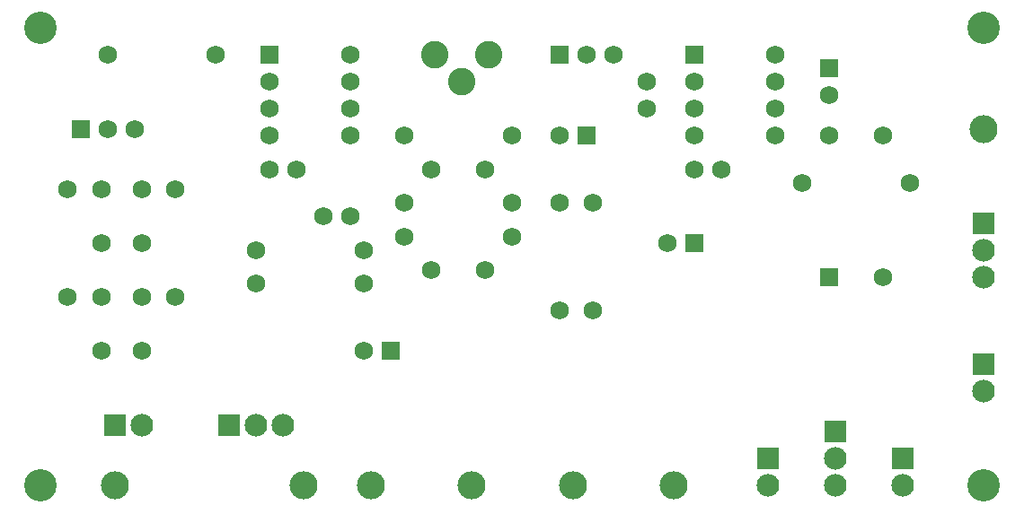
<source format=gbr>
G04 #@! TF.GenerationSoftware,KiCad,Pcbnew,(5.1.6)-1*
G04 #@! TF.CreationDate,2020-09-02T07:34:22-04:00*
G04 #@! TF.ProjectId,Twin-T_Code_Practice_Oscillator,5477696e-2d54-45f4-936f-64655f507261,A*
G04 #@! TF.SameCoordinates,Original*
G04 #@! TF.FileFunction,Soldermask,Top*
G04 #@! TF.FilePolarity,Negative*
%FSLAX46Y46*%
G04 Gerber Fmt 4.6, Leading zero omitted, Abs format (unit mm)*
G04 Created by KiCad (PCBNEW (5.1.6)-1) date 2020-09-02 07:34:22*
%MOMM*%
%LPD*%
G01*
G04 APERTURE LIST*
%ADD10C,2.590800*%
%ADD11C,2.133600*%
%ADD12R,2.133600X2.133600*%
%ADD13R,1.727200X1.727200*%
%ADD14C,1.727200*%
%ADD15C,2.641600*%
%ADD16C,3.048000*%
G04 APERTURE END LIST*
D10*
X142557500Y-31750000D03*
X145097500Y-34290000D03*
X147637500Y-31750000D03*
D11*
X128270000Y-66675000D03*
X125730000Y-66675000D03*
D12*
X123190000Y-66675000D03*
D11*
X194310000Y-52705000D03*
X194310000Y-50165000D03*
D12*
X194310000Y-47625000D03*
D11*
X180340000Y-72390000D03*
X180340000Y-69850000D03*
D12*
X180340000Y-67310000D03*
D11*
X114935000Y-66675000D03*
D12*
X112395000Y-66675000D03*
D11*
X194310000Y-63500000D03*
D12*
X194310000Y-60960000D03*
X173990000Y-69850000D03*
D11*
X173990000Y-72390000D03*
D12*
X186690000Y-69850000D03*
D11*
X186690000Y-72390000D03*
D13*
X179705000Y-33020000D03*
D14*
X179705000Y-35560000D03*
X134620000Y-46990000D03*
X132080000Y-46990000D03*
D15*
X155575000Y-72390000D03*
D13*
X167005000Y-31750000D03*
D14*
X174625000Y-39370000D03*
X167005000Y-34290000D03*
X174625000Y-36830000D03*
X167005000Y-36830000D03*
X174625000Y-34290000D03*
X167005000Y-39370000D03*
X174625000Y-31750000D03*
D13*
X127000000Y-31750000D03*
D14*
X134620000Y-39370000D03*
X127000000Y-34290000D03*
X134620000Y-36830000D03*
X127000000Y-36830000D03*
X134620000Y-34290000D03*
X127000000Y-39370000D03*
X134620000Y-31750000D03*
X162560000Y-34290000D03*
X162560000Y-36830000D03*
D13*
X179705000Y-52705000D03*
D14*
X184785000Y-52705000D03*
D15*
X112395000Y-72390000D03*
X130175000Y-72390000D03*
X165100000Y-72390000D03*
X194310000Y-38735000D03*
X146050000Y-72390000D03*
X136525000Y-72390000D03*
D16*
X194310000Y-29210000D03*
X194310000Y-72390000D03*
X105410000Y-72390000D03*
X105410000Y-29210000D03*
D14*
X154305000Y-39370000D03*
D13*
X156845000Y-39370000D03*
D14*
X184785000Y-39370000D03*
X179705000Y-39370000D03*
X147320000Y-52070000D03*
X142240000Y-52070000D03*
X142240000Y-42545000D03*
X147320000Y-42545000D03*
X114935000Y-59690000D03*
X114935000Y-54610000D03*
X111125000Y-59690000D03*
X111125000Y-54610000D03*
X114935000Y-44450000D03*
X114935000Y-49530000D03*
X111125000Y-49530000D03*
X111125000Y-44450000D03*
X169545000Y-42545000D03*
X167005000Y-42545000D03*
X129540000Y-42545000D03*
X127000000Y-42545000D03*
X149860000Y-39370000D03*
X139700000Y-39370000D03*
X177165000Y-43815000D03*
X187325000Y-43815000D03*
X157480000Y-55880000D03*
X157480000Y-45720000D03*
X154305000Y-45720000D03*
X154305000Y-55880000D03*
X149860000Y-48895000D03*
X139700000Y-48895000D03*
X125730000Y-50165000D03*
X135890000Y-50165000D03*
X135890000Y-53340000D03*
X125730000Y-53340000D03*
X149860000Y-45720000D03*
X139700000Y-45720000D03*
X118110000Y-44450000D03*
X118110000Y-54610000D03*
X107950000Y-54610000D03*
X107950000Y-44450000D03*
X121920000Y-31750000D03*
X111760000Y-31750000D03*
X135890000Y-59690000D03*
D13*
X138430000Y-59690000D03*
D14*
X164465000Y-49530000D03*
D13*
X167005000Y-49530000D03*
X154305000Y-31750000D03*
D14*
X156845000Y-31750000D03*
X159385000Y-31750000D03*
X114300000Y-38735000D03*
X111760000Y-38735000D03*
D13*
X109220000Y-38735000D03*
M02*

</source>
